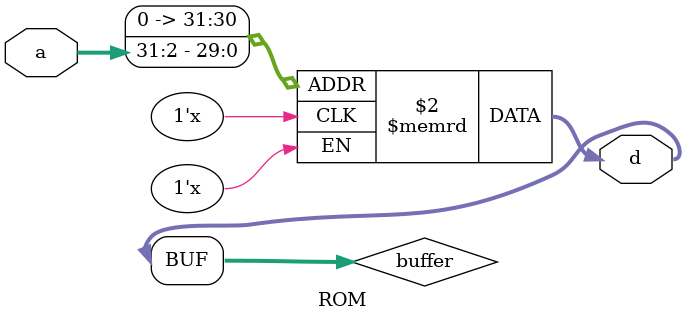
<source format=v>

module ROM(a, d);    
   input[31:0] a;
   output wire [31:0] d;
   
   reg [31:0] memory [0:1023];
  
   reg [31:0] buffer;
   assign d = buffer;


     always @(*) begin
        #90; buffer = memory[a >> 2];
     end
endmodule


</source>
